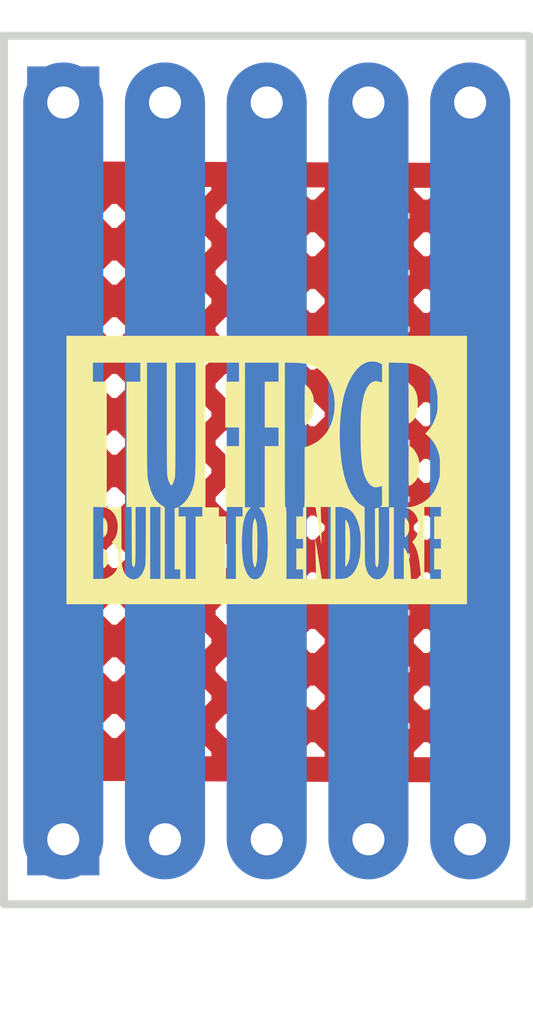
<source format=kicad_pcb>
(kicad_pcb (version 20211014) (generator pcbnew)
  (layers (0 "F.Cu" signal) (31 "B.Cu" signal) (34 "B.Paste" user) (35 "F.Paste" user) (36 "B.SilkS" user "B.Silkscreen") (37 "F.SilkS" user "F.Silkscreen") (38 "B.Mask" user) (39 "F.Mask" user) (44 "Edge.Cuts" user))
  (net 0 "")
  (footprint "Valve:Valve_Mini_Pentode_Linear" (layer "F.Cu") (at 132.61 92.365)
    (fp_text reference "U1" hide)
    (fp_text value "JAN6418")
    (pad "1" thru_hole rect (at 0 0) (size 1.8 1.8) (drill 0.8) (layers *.Cu *.Mask))
    (pad "2" thru_hole circle (at 2.54 0) (size 1.8 1.8) (drill 0.8) (layers *.Cu *.Mask))
    (pad "3" thru_hole circle (at 5.08 0) (size 1.8 1.8) (drill 0.8) (layers *.Cu *.Mask))
    (pad "4" thru_hole circle (at 7.62 0) (size 1.8 1.8) (drill 0.8) (layers *.Cu *.Mask))
    (pad "5" thru_hole circle (at 10.16 0) (size 1.8 1.8) (drill 0.8) (layers *.Cu *.Mask))
  )
  (footprint "Valve:Valve_Mini_Pentode_Linear" (layer "F.Cu") (at 132.61 110.75)
    (fp_text reference "U1" hide)
    (fp_text value "JAN6418")
    (pad "1" thru_hole rect (at 0 0) (size 1.8 1.8) (drill 0.8) (layers *.Cu *.Mask))
    (pad "2" thru_hole circle (at 2.54 0) (size 1.8 1.8) (drill 0.8) (layers *.Cu *.Mask))
    (pad "3" thru_hole circle (at 5.08 0) (size 1.8 1.8) (drill 0.8) (layers *.Cu *.Mask))
    (pad "4" thru_hole circle (at 7.62 0) (size 1.8 1.8) (drill 0.8) (layers *.Cu *.Mask))
    (pad "5" thru_hole circle (at 10.16 0) (size 1.8 1.8) (drill 0.8) (layers *.Cu *.Mask))
  )
  (footprint "Custom Library:Logo 10mm" (layer "F.Cu") (at 137.69 101.530068)
    (fp_text reference "G***" hide)
    (fp_text value "LOGO" hide)
    (fp_poly (pts (xy 2.798998 1.634189) (xy 2.799461 1.768767) (xy 2.799776 1.885074) (xy 2.799915 1.984569) (xy 2.799849 2.068708) (xy 2.799548 2.13895) (xy 2.798983 2.196752) (xy 2.798126 2.243572) (xy 2.796948 2.280866) (xy 2.79542 2.310093) (xy 2.793512 2.332711) (xy 2.791196 2.350176) (xy 2.788443 2.363946) (xy 2.785223 2.375479) (xy 2.784202 2.378603) (xy 2.772863 2.407699) (xy 2.762062 2.427862) (xy 2.756458 2.433491) (xy 2.746003 2.427642) (xy 2.732122 2.409024) (xy 2.726866 2.399621) (xy 2.72317 2.391788) (xy 2.719972 2.382687) (xy 2.717229 2.370891) (xy 2.714899 2.354971) (xy 2.712938 2.333499) (xy 2.711306 2.305048) (xy 2.709958 2.26819) (xy 2.708853 2.221496) (xy 2.707948 2.163539) (xy 2.7072 2.092892) (xy 2.706566 2.008125) (xy 2.706005 1.907812) (xy 2.705473 1.790524) (xy 2.704969 1.665208) (xy 2.702248 0.96797) (xy 2.796466 0.941358)) (layer "F.SilkS") (width 0) (fill solid))
    (fp_poly (pts (xy -4.054998 1.202033) (xy -4.033804 1.2243) (xy -4.012741 1.255601) (xy -3.99524 1.29118) (xy -3.988465 1.310542) (xy -3.978292 1.361301) (xy -3.973469 1.420893) (xy -3.973968 1.482194) (xy -3.979757 1.53808) (xy -3.989594 1.578216) (xy -4.003266 1.606561) (xy -4.022911 1.636577) (xy -4.044539 1.663242) (xy -4.064162 1.681531) (xy -4.075799 1.686757) (xy -4.077967 1.677333) (xy -4.079908 1.650823) (xy -4.081539 1.609868) (xy -4.082774 1.557108) (xy -4.083528 1.495185) (xy -4.083728 1.440155) (xy -4.083397 1.355335) (xy -4.082375 1.289334) (xy -4.080624 1.241253) (xy -4.078105 1.210194) (xy -4.074777 1.195259) (xy -4.07289 1.193553)) (layer "F.SilkS") (width 0) (fill solid))
    (fp_poly (pts (xy 1.986814 1.261853) (xy 2.013679 1.29755) (xy 2.03771 1.35049) (xy 2.057974 1.418283) (xy 2.069554 1.474068) (xy 2.075182 1.518264) (xy 2.079638 1.577609) (xy 2.082924 1.648546) (xy 2.085043 1.727522) (xy 2.086 1.810983) (xy 2.085798 1.895373) (xy 2.084442 1.977139) (xy 2.081934 2.052725) (xy 2.078278 2.118577) (xy 2.073478 2.171142) (xy 2.0688 2.201313) (xy 2.05062 2.27236) (xy 2.028586 2.332028) (xy 2.004005 2.377187) (xy 1.986814 2.39772) (xy 1.962951 2.420138) (xy 1.962951 1.239435)) (layer "F.SilkS") (width 0) (fill solid))
    (fp_poly (pts (xy 3.562716 -0.604957) (xy 3.587351 -0.587547) (xy 3.616956 -0.562997) (xy 3.647296 -0.53496) (xy 3.674142 -0.507092) (xy 3.688784 -0.48938) (xy 3.745174 -0.400605) (xy 3.78481 -0.306639) (xy 3.808566 -0.204693) (xy 3.817314 -0.091979) (xy 3.817398 -0.078913) (xy 3.811158 0.031236) (xy 3.792175 0.127235) (xy 3.760056 0.210321) (xy 3.71441 0.281729) (xy 3.695862 0.303432) (xy 3.665855 0.332752) (xy 3.63177 0.360829) (xy 3.598291 0.384324) (xy 3.570104 0.399902) (xy 3.554069 0.404427) (xy 3.551118 0.401152) (xy 3.548631 0.390396) (xy 3.546573 0.370763) (xy 3.544908 0.340858) (xy 3.543602 0.299286) (xy 3.542619 0.24465) (xy 3.541923 0.175555) (xy 3.54148 0.090606) (xy 3.541253 -0.011594) (xy 3.541204 -0.103573) (xy 3.541318 -0.2016) (xy 3.541646 -0.293402) (xy 3.542167 -0.377141) (xy 3.542857 -0.450974) (xy 3.543695 -0.513063) (xy 3.544659 -0.561566) (xy 3.545727 -0.594644) (xy 3.546877 -0.610457) (xy 3.54728 -0.611573)) (layer "F.SilkS") (width 0) (fill solid))
    (fp_poly (pts (xy -0.275382 1.245657) (xy -0.264884 1.274154) (xy -0.25619 1.303686) (xy -0.249145 1.336345) (xy -0.243595 1.374223) (xy -0.239385 1.419412) (xy -0.236361 1.474007) (xy -0.234369 1.540098) (xy -0.233254 1.619778) (xy -0.232861 1.71514) (xy -0.23301 1.819922) (xy -0.233598 1.91626) (xy -0.234703 2.006558) (xy -0.236263 2.088441) (xy -0.238216 2.159536) (xy -0.240498 2.217471) (xy -0.243048 2.259872) (xy -0.245145 2.280382) (xy -0.253582 2.327329) (xy -0.264299 2.370406) (xy -0.275983 2.405606) (xy -0.287323 2.428919) (xy -0.296201 2.436427) (xy -0.303577 2.427902) (xy -0.313595 2.406131) (xy -0.319532 2.389573) (xy -0.32974 2.355823) (xy -0.338116 2.321374) (xy -0.344825 2.28393) (xy -0.350031 2.241194) (xy -0.353897 2.190873) (xy -0.356587 2.130669) (xy -0.358266 2.058287) (xy -0.359098 1.971431) (xy -0.359246 1.867806) (xy -0.359186 1.834718) (xy -0.358498 1.712792) (xy -0.356969 1.608833) (xy -0.354465 1.521092) (xy -0.350855 1.447821) (xy -0.346005 1.387272) (xy -0.339784 1.337695) (xy -0.332059 1.297343) (xy -0.322696 1.264467) (xy -0.314345 1.243272) (xy -0.294217 1.198485)) (layer "F.SilkS") (width 0) (fill solid))
    (fp_poly (pts (xy 3.581819 -2.131786) (xy 3.616004 -2.107687) (xy 3.651099 -2.071295) (xy 3.684087 -2.025699) (xy 3.710014 -1.978215) (xy 3.733943 -1.922309) (xy 3.751144 -1.869625) (xy 3.762568 -1.815025) (xy 3.769163 -1.753369) (xy 3.771881 -1.679516) (xy 3.772094 -1.642369) (xy 3.768628 -1.539561) (xy 3.757918 -1.45251) (xy 3.739177 -1.378331) (xy 3.711615 -1.31414) (xy 3.674445 -1.25705) (xy 3.662939 -1.242812) (xy 3.641078 -1.220087) (xy 3.613671 -1.195916) (xy 3.58576 -1.174245) (xy 3.562391 -1.159023) (xy 3.549588 -1.154097) (xy 3.547947 -1.16365) (xy 3.546412 -1.191063) (xy 3.545015 -1.234469) (xy 3.543788 -1.292) (xy 3.542762 -1.361789) (xy 3.54197 -1.441968) (xy 3.541442 -1.530669) (xy 3.541212 -1.626025) (xy 3.541204 -1.647301) (xy 3.541382 -1.773562) (xy 3.541921 -1.88049) (xy 3.542829 -1.968474) (xy 3.544115 -2.037908) (xy 3.545786 -2.089181) (xy 3.547852 -2.122686) (xy 3.55032 -2.138813) (xy 3.551558 -2.140505)) (layer "F.SilkS") (width 0) (fill solid))
    (fp_poly (pts (xy -4.061398 1.970645) (xy -4.040489 1.990713) (xy -4.016889 2.018636) (xy -3.994345 2.049894) (xy -3.976606 2.079969) (xy -3.973596 2.086252) (xy -3.957494 2.138963) (xy -3.95033 2.201179) (xy -3.952132 2.265268) (xy -3.962931 2.323603) (xy -3.972592 2.350199) (xy -3.991267 2.383008) (xy -4.015357 2.414326) (xy -4.040619 2.439589) (xy -4.06281 2.454236) (xy -4.07113 2.456155) (xy -4.07518 2.452112) (xy -4.078319 2.438733) (xy -4.080641 2.414139) (xy -4.082243 2.376456) (xy -4.083221 2.323805) (xy -4.083671 2.254311) (xy -4.083728 2.209553) (xy -4.083428 2.142147) (xy -4.082583 2.081765) (xy -4.081277 2.03105) (xy -4.079595 1.992642) (xy -4.077621 1.969182) (xy -4.075866 1.962951)) (layer "F.SilkS") (width 0) (fill solid))
    (fp_poly (pts (xy 3.467804 1.201554) (xy 3.48942 1.222359) (xy 3.511715 1.251174) (xy 3.530571 1.283207) (xy 3.533667 1.289801) (xy 3.549835 1.342053) (xy 3.558509 1.405031) (xy 3.559301 1.47106) (xy 3.551825 1.532464) (xy 3.546897 1.552435) (xy 3.533956 1.585016) (xy 3.514875 1.619397) (xy 3.493 1.650878) (xy 3.471677 1.674756) (xy 3.454255 1.686329) (xy 3.451279 1.686757) (xy 3.448884 1.677328) (xy 3.446744 1.650783) (xy 3.444951 1.60973) (xy 3.443598 1.55678) (xy 3.442776 1.494544) (xy 3.442563 1.440155) (xy 3.442885 1.372749) (xy 3.44379 1.312367) (xy 3.445189 1.261652) (xy 3.446992 1.223244) (xy 3.449107 1.199784) (xy 3.450987 1.193553)) (layer "F.SilkS") (width 0) (fill solid))
    (fp_poly (pts (xy 5.001087 3.353786) (xy -5.001087 3.353786) (xy -5.001087 0.925373) (xy -4.33033 0.925373) (xy -4.33033 2.724552) (xy -4.174971 2.720942) (xy -4.115828 2.719411) (xy -4.072229 2.717553) (xy -4.039992 2.714708) (xy -4.014938 2.710215) (xy -3.992884 2.703413) (xy -3.969649 2.693641) (xy -3.952945 2.685863) (xy -3.871934 2.63716) (xy -3.804386 2.574265) (xy -3.751134 2.498141) (xy -3.713012 2.409751) (xy -3.712394 2.407816) (xy -3.703361 2.367419) (xy -3.696588 2.314009) (xy -3.692415 2.254207) (xy -3.691182 2.194636) (xy -3.693231 2.141916) (xy -3.697116 2.110912) (xy -3.716445 2.032939) (xy -3.743931 1.967791) (xy -3.782602 1.909243) (xy -3.811492 1.875702) (xy -3.872514 1.810058) (xy -3.839785 1.775534) (xy -3.792014 1.711564) (xy -3.755684 1.633812) (xy -3.731642 1.54514) (xy -3.720734 1.448408) (xy -3.721449 1.376061) (xy -3.735497 1.273791) (xy -3.764367 1.182452) (xy -3.807373 1.103109) (xy -3.863829 1.036826) (xy -3.933048 0.984668) (xy -3.992465 0.955639) (xy -4.019768 0.946137) (xy -4.048471 0.939367) (xy -4.083137 0.934721) (xy -4.128328 0.931592) (xy -4.188607 0.929371) (xy -4.189767 0.929338) (xy -4.33033 0.925373) (xy -5.001087 0.925373) (xy -5.001087 -2.199689) (xy -4.340194 -2.199689) (xy -3.994952 -2.199689) (xy -3.994952 0.937087) (xy -3.630835 0.937087) (xy -3.627485 1.644835) (xy -3.626831 1.780185) (xy -3.626207 1.897311) (xy -3.625568 1.997718) (xy -3.624865 2.08291) (xy -3.624051 2.154391) (xy -3.623077 2.213667) (xy -3.621897 2.26224) (xy -3.620464 2.301617) (xy -3.618728 2.3333) (xy -3.616644 2.358795) (xy -3.614163 2.379606) (xy -3.611237 2.397237) (xy -3.60782 2.413193) (xy -3.603863 2.428978) (xy -3.602532 2.434024) (xy -3.574346 2.521959) (xy -3.540504 2.592599) (xy -3.499708 2.64789) (xy -3.450659 2.68978) (xy -3.41993 2.707693) (xy -3.359747 2.728369) (xy -3.298738 2.731352) (xy -3.263318 2.722485) (xy -2.909903 2.722485) (xy -2.653437 2.722485) (xy -2.653437 0.927223) (xy -2.909903 0.927223) (xy -2.909903 2.722485) (xy -3.263318 2.722485) (xy -3.240824 2.716854) (xy -3.203716 2.69605) (xy -3.150554 2.646538) (xy -3.10465 2.581151) (xy -3.067511 2.502886) (xy -3.040641 2.414741) (xy -3.028605 2.34765) (xy -3.026924 2.324814) (xy -3.025335 2.284013) (xy -3.023861 2.227007) (xy -3.022527 2.155561) (xy -3.021354 2.071435) (xy -3.020367 1.976393) (xy -3.019588 1.872196) (xy -3.019041 1.760607) (xy -3.01875 1.643388) (xy -3.018712 1.600446) (xy -3.018408 0.927223) (xy -3.274874 0.927223) (xy -3.275306 1.630039) (xy -3.275422 1.766016) (xy -3.275615 1.883699) (xy -3.275918 1.984518) (xy -3.276362 2.069907) (xy -3.276982 2.141299) (xy -3.27781 2.200125) (xy -3.278879 2.247819) (xy -3.280221 2.285814) (xy -3.281871 2.315541) (xy -3.28386 2.338433) (xy -3.286222 2.355924) (xy -3.288989 2.369445) (xy -3.292194 2.380429) (xy -3.292568 2.381523) (xy -3.303958 2.409702) (xy -3.314789 2.42884) (xy -3.319814 2.433494) (xy -3.330269 2.427643) (xy -3.34415 2.409024) (xy -3.349406 2.399621) (xy -3.353052 2.391898) (xy -3.356214 2.382921) (xy -3.358933 2.371286) (xy -3.361248 2.355586) (xy -3.363202 2.334416) (xy -3.364834 2.306371) (xy -3.366186 2.270045) (xy -3.367298 2.224034) (xy -3.368211 2.16693) (xy -3.368966 2.09733) (xy -3.369603 2.013828) (xy -3.370164 1.915018) (xy -3.370688 1.799495) (xy -3.371218 1.665854) (xy -3.371297 1.644835) (xy -3.374012 0.927223) (xy -3.501748 0.927223) (xy -3.501748 -2.199689) (xy -3.156505 -2.199689) (xy -3.156505 -2.673165) (xy -2.988816 -2.673165) (xy -2.988635 -1.299592) (xy -2.988611 -1.101188) (xy -2.988571 -0.921442) (xy -2.988477 -0.759285) (xy -2.988292 -0.613649) (xy -2.987979 -0.483464) (xy -2.987502 -0.36766) (xy -2.986822 -0.265168) (xy -2.985904 -0.17492) (xy -2.98471 -0.095845) (xy -2.983204 -0.026874) (xy -2.981348 0.033062) (xy -2.979105 0.085032) (xy -2.976438 0.130106) (xy -2.97331 0.169352) (xy -2.969685 0.203841) (xy -2.965526 0.234642) (xy -2.960794 0.262823) (xy -2.955455 0.289455) (xy -2.949469 0.315606) (xy -2.942801 0.342346) (xy -2.935413 0.370744) (xy -2.930169 0.390746) (xy -2.891456 0.517688) (xy -2.846037 0.626969) (xy -2.793178 0.719732) (xy -2.732145 0.797119) (xy -2.662204 0.860271) (xy -2.6038 0.898787) (xy -2.545519 0.932155) (xy -2.545226 1.82732) (xy -2.544932 2.722485) (xy -2.160233 2.722485) (xy -2.160233 2.485747) (xy -2.29833 2.485747) (xy -2.298066 0.961747) (xy -2.248878 0.946197) (xy -2.199689 0.930646) (xy -2.199689 1.163961) (xy -2.022136 1.163961) (xy -2.022136 2.722485) (xy -1.775534 2.722485) (xy -1.775534 1.163961) (xy -1.607845 1.163961) (xy -1.607845 0.937087) (xy -1.528932 0.937087) (xy -1.193554 0.937087) (xy -1.193554 1.163961) (xy -1.016 1.163961) (xy -1.016 2.722485) (xy -0.769398 2.722485) (xy -0.769398 1.914871) (xy -0.619485 1.914871) (xy -0.613243 2.070392) (xy -0.599675 2.210034) (xy -0.578637 2.335074) (xy -0.549988 2.446785) (xy -0.535423 2.490679) (xy -0.502722 2.567484) (xy -0.464363 2.631968) (xy -0.422049 2.681795) (xy -0.377478 2.714625) (xy -0.369903 2.718302) (xy -0.31982 2.731111) (xy -0.264942 2.729527) (xy -0.249417 2.724867) (xy 1.716349 2.724867) (xy 1.837184 2.720837) (xy 1.89011 2.71867) (xy 1.928723 2.715623) (xy 1.958437 2.710684) (xy 1.984667 2.702842) (xy 2.012827 2.691083) (xy 2.024002 2.68592) (xy 2.096114 2.641279) (xy 2.159618 2.578909) (xy 2.214497 2.498843) (xy 2.26073 2.401112) (xy 2.298301 2.285748) (xy 2.323272 2.174589) (xy 2.330819 2.121555) (xy 2.337002 2.053516) (xy 2.341701 1.97516) (xy 2.344798 1.89117) (xy 2.346172 1.806233) (xy 2.345704 1.725032) (xy 2.343275 1.652254) (xy 2.338765 1.592584) (xy 2.338231 1.587823) (xy 2.318755 1.465873) (xy 2.290147 1.352758) (xy 2.253264 1.250245) (xy 2.208965 1.160102) (xy 2.15811 1.084095) (xy 2.101557 1.023992) (xy 2.044773 0.984011) (xy 1.960527 0.949266) (xy 1.865289 0.930632) (xy 1.798122 0.927223) (xy 1.716349 0.927223) (xy 1.716349 2.724867) (xy -0.249417 2.724867) (xy -0.2134 2.714056) (xy -0.201499 2.707792) (xy -0.154453 2.669543) (xy -0.111661 2.612929) (xy -0.073539 2.538933) (xy -0.040499 2.44854) (xy -0.012954 2.342735) (xy 0.008681 2.222501) (xy 0.011877 2.199689) (xy 0.016966 2.147794) (xy 0.020762 2.080103) (xy 0.023289 2.000505) (xy 0.024572 1.912889) (xy 0.024634 1.821144) (xy 0.023497 1.729159) (xy 0.021187 1.640821) (xy 0.017726 1.560021) (xy 0.013138 1.490646) (xy 0.007446 1.436586) (xy 0.007246 1.435152) (xy -0.015042 1.306661) (xy -0.043142 1.195907) (xy -0.07694 1.103207) (xy -0.116322 1.028877) (xy -0.15854 0.975829) (xy -0.197282 0.937087) (xy -0.049321 0.937087) (xy -0.049321 -0.591845) (xy 0.295922 -0.591845) (xy 0.295922 -1.055456) (xy -0.049321 -1.055456) (xy -0.049321 -2.199689) (xy 0.295922 -2.199689) (xy 0.295922 -2.673165) (xy -0.542524 -2.673165) (xy -0.542524 0.937087) (xy -0.392735 0.937087) (xy -0.438049 0.987487) (xy -0.48159 1.044713) (xy -0.51858 1.112867) (xy -0.549323 1.193218) (xy -0.574121 1.287034) (xy -0.593277 1.395583) (xy -0.607096 1.520133) (xy -0.61588 1.661951) (xy -0.61854 1.742198) (xy -0.619485 1.914871) (xy -0.769398 1.914871) (xy -0.769398 1.163961) (xy -0.601709 1.163961) (xy -0.601709 0.927223) (xy -1.035728 0.927223) (xy -1.035728 -0.591845) (xy -0.690486 -0.591845) (xy -0.690486 -1.055456) (xy -1.035728 -1.055456) (xy -1.035728 -2.199689) (xy -0.690486 -2.199689) (xy -0.690486 -2.673165) (xy -1.528932 -2.673165) (xy -1.528932 0.937087) (xy -1.607845 0.937087) (xy -1.607845 0.927223) (xy -2.190963 0.927223) (xy -2.129102 0.880369) (xy -2.052617 0.811057) (xy -1.983213 0.72527) (xy -1.922227 0.625403) (xy -1.870995 0.513854) (xy -1.830853 0.39302) (xy -1.811277 0.310319) (xy -1.806386 0.28481) (xy -1.801959 0.258842) (xy -1.797975 0.23136) (xy -1.794409 0.201309) (xy -1.791239 0.167633) (xy -1.788441 0.129277) (xy -1.785994 0.085186) (xy -1.783874 0.034304) (xy -1.782057 -0.024424) (xy -1.780522 -0.092054) (xy -1.779244 -0.16964) (xy -1.778201 -0.258237) (xy -1.77737 -0.358902) (xy -1.776728 -0.47269) (xy -1.776251 -0.600655) (xy -1.775918 -0.743853) (xy -1.775704 -0.90334) (xy -1.775587 -1.080171) (xy -1.775544 -1.2754) (xy -1.775542 -1.329185) (xy -1.775534 -2.673165) (xy -2.278602 -2.673165) (xy -2.278773 -1.27) (xy -2.278823 -1.070956) (xy -2.278926 -0.890697) (xy -2.279093 -0.72828) (xy -2.279331 -0.582761) (xy -2.279652 -0.453198) (xy -2.280063 -0.338647) (xy -2.280573 -0.238165) (xy -2.281193 -0.15081) (xy -2.28193 -0.075637) (xy -2.282795 -0.011704) (xy -2.283797 0.041932) (xy -2.284943 0.086215) (xy -2.286245 0.122088) (xy -2.28771 0.150493) (xy -2.289349 0.172374) (xy -2.29117 0.188675) (xy -2.293045 0.199705) (xy -2.302792 0.236572) (xy -2.3166 0.27736) (xy -2.332605 0.31777) (xy -2.348942 0.353504) (xy -2.363744 0.380262) (xy -2.375147 0.393748) (xy -2.377607 0.394563) (xy -2.390232 0.386053) (xy -2.40721 0.363422) (xy -2.425962 0.331021) (xy -2.44391 0.293201) (xy -2.455663 0.262828) (xy -2.466895 0.223377) (xy -2.477536 0.174575) (xy -2.485349 0.126728) (xy -2.485569 0.125002) (xy -2.487105 0.102509) (xy -2.488525 0.06076) (xy -2.489826 0.000226) (xy -2.491004 -0.078621) (xy -2.492056 -0.175309) (xy -2.492978 -0.289367) (xy -2.493768 -0.420323) (xy -2.494422 -0.567705) (xy -2.494936 -0.731042) (xy -2.495308 -0.909863) (xy -2.495535 -1.103695) (xy -2.495612 -1.312067) (xy -2.495612 -2.673165) (xy -2.988816 -2.673165) (xy -3.156505 -2.673165) (xy -4.340194 -2.673165) (xy -4.340194 -2.199689) (xy -5.001087 -2.199689) (xy -5.001087 -2.67574) (xy 0.453747 -2.67574) (xy 0.453747 -0.869327) (xy 0.453749 -0.647844) (xy 0.453761 -0.445247) (xy 0.453792 -0.260696) (xy 0.453852 -0.093347) (xy 0.453949 0.057639) (xy 0.454093 0.193107) (xy 0.454292 0.313895) (xy 0.454557 0.420848) (xy 0.454896 0.514805) (xy 0.455319 0.596609) (xy 0.455834 0.667102) (xy 0.456452 0.727125) (xy 0.45718 0.777519) (xy 0.458029 0.819127) (xy 0.459007 0.85279) (xy 0.460124 0.87935) (xy 0.461388 0.899648) (xy 0.46281 0.914526) (xy 0.464398 0.924826) (xy 0.466161 0.93139) (xy 0.468109 0.935058) (xy 0.470251 0.936673) (xy 0.472596 0.937076) (xy 0.473476 0.937087) (xy 0.476854 0.93736) (xy 0.479823 0.938978) (xy 0.482409 0.943138) (xy 0.484638 0.951037) (xy 0.486537 0.963873) (xy 0.488132 0.982841) (xy 0.48945 1.009141) (xy 0.490518 1.043968) (xy 0.491361 1.08852) (xy 0.492006 1.143995) (xy 0.49248 1.211589) (xy 0.492809 1.2925) (xy 0.493019 1.387924) (xy 0.493137 1.49906) (xy 0.49319 1.627104) (xy 0.493203 1.773253) (xy 0.493204 1.829786) (xy 0.493204 2.722485) (xy 0.907495 2.722485) (xy 0.907495 2.485747) (xy 0.739806 2.485747) (xy 0.739806 1.962951) (xy 0.907495 1.962951) (xy 0.907495 1.726213) (xy 0.739806 1.726213) (xy 0.739806 1.163961) (xy 0.907495 1.163961) (xy 0.907495 1.050524) (xy 0.907704 1.001785) (xy 0.908719 0.969435) (xy 0.911119 0.950136) (xy 0.915486 0.940552) (xy 0.9224 0.937344) (xy 0.927223 0.937087) (xy 0.930892 0.936781) (xy 0.934075 0.934991) (xy 0.936807 0.93041) (xy 0.937824 0.926597) (xy 0.986408 0.926597) (xy 0.986408 2.722485) (xy 1.236075 2.722485) (xy 1.229727 2.52767) (xy 1.227006 2.440004) (xy 1.22444 2.349318) (xy 1.222064 2.257705) (xy 1.219918 2.167254) (xy 1.218039 2.080056) (xy 1.216466 1.998203) (xy 1.215235 1.923784) (xy 1.214385 1.858891) (xy 1.213954 1.805615) (xy 1.21398 1.766045) (xy 1.2145 1.742274) (xy 1.215392 1.736078) (xy 1.217829 1.7465) (xy 1.223011 1.77455) (xy 1.230627 1.818363) (xy 1.240367 1.876076) (xy 1.25192 1.945827) (xy 1.264975 2.025752) (xy 1.279222 2.113987) (xy 1.29435 2.208669) (xy 1.298014 2.231747) (xy 1.375837 2.722485) (xy 1.59798 2.722485) (xy 1.59798 0.927223) (xy 1.348281 0.927223) (xy 1.354638 1.117107) (xy 1.357086 1.195644) (xy 1.359337 1.278333) (xy 1.361362 1.363019) (xy 1.363133 1.44755) (xy 1.364622 1.529772) (xy 1.365799 1.607531) (xy 1.366635 1.678673) (xy 1.367102 1.741045) (xy 1.36717 1.792494) (xy 1.366812 1.830865) (xy 1.365998 1.854005) (xy 1.3647 1.859761) (xy 1.364566 1.859378) (xy 1.361884 1.84584) (xy 1.356529 1.814829) (xy 1.348826 1.768371) (xy 1.339102 1.708491) (xy 1.327685 1.637216) (xy 1.3149 1.55657) (xy 1.301075 1.468581) (xy 1.288187 1.385903) (xy 1.217715 0.932155) (xy 1.102061 0.929376) (xy 0.986408 0.926597) (xy 0.937824 0.926597) (xy 0.939122 0.921731) (xy 0.941055 0.907645) (xy 0.942641 0.886847) (xy 0.943913 0.858027) (xy 0.944907 0.81988) (xy 0.945656 0.771098) (xy 0.946196 0.710372) (xy 0.94656 0.636397) (xy 0.946783 0.547865) (xy 0.9469 0.443467) (xy 0.946944 0.321897) (xy 0.946951 0.188553) (xy 0.946951 -0.559982) (xy 0.998738 -0.576765) (xy 1.061544 -0.600262) (xy 1.130324 -0.631145) (xy 1.19774 -0.665783) (xy 1.25645 -0.700548) (xy 1.276465 -0.714113) (xy 1.330929 -0.757991) (xy 1.388645 -0.813) (xy 1.399911 -0.825213) (xy 1.824459 -0.825213) (xy 1.830184 -0.626803) (xy 1.843233 -0.431615) (xy 1.86351 -0.24258) (xy 1.890918 -0.062632) (xy 1.925362 0.105297) (xy 1.966743 0.258274) (xy 1.976474 0.288734) (xy 2.028177 0.428245) (xy 2.086531 0.553443) (xy 2.150866 0.663325) (xy 2.220509 0.756887) (xy 2.29479 0.833129) (xy 2.373036 0.891046) (xy 2.384261 0.897631) (xy 2.445035 0.932155) (xy 2.448583 1.642369) (xy 2.449274 1.777973) (xy 2.449929 1.89535) (xy 2.450596 1.996001) (xy 2.451321 2.081429) (xy 2.452153 2.153133) (xy 2.45314 2.212615) (xy 2.454329 2.261378) (xy 2.455767 2.30092) (xy 2.457504 2.332745) (xy 2.459585 2.358353) (xy 2.46206 2.379246) (xy 2.464975 2.396924) (xy 2.468379 2.41289) (xy 2.472318 2.428643) (xy 2.473737 2.434024) (xy 2.501925 2.521956) (xy 2.535765 2.592594) (xy 2.576558 2.647884) (xy 2.625601 2.689772) (xy 2.656342 2.707693) (xy 2.716525 2.728369) (xy 2.777534 2.731352) (xy 2.835448 2.716854) (xy 2.872556 2.69605) (xy 2.925718 2.646538) (xy 2.971621 2.581151) (xy 3.008761 2.502886) (xy 3.035631 2.414741) (xy 3.047667 2.34765) (xy 3.049351 2.324794) (xy 3.050943 2.283987) (xy 3.05242 2.227004) (xy 3.053757 2.155622) (xy 3.054931 2.071619) (xy 3.055919 1.976769) (xy 3.056696 1.87285) (xy 3.05724 1.761637) (xy 3.057526 1.644908) (xy 3.057559 1.605378) (xy 3.057864 0.937087) (xy 3.176233 0.937087) (xy 3.176233 2.722485) (xy 3.422835 2.722485) (xy 3.422835 1.940166) (xy 3.442806 1.958239) (xy 3.463405 1.98419) (xy 3.485987 2.024695) (xy 3.508397 2.07502) (xy 3.528481 2.13043) (xy 3.541282 2.174674) (xy 3.557977 2.252612) (xy 3.572743 2.345698) (xy 3.584989 2.449399) (xy 3.594123 2.559181) (xy 3.596395 2.596718) (xy 3.603271 2.722485) (xy 3.857027 2.722485) (xy 3.935767 2.722485) (xy 4.350058 2.722485) (xy 4.350058 2.485747) (xy 4.182369 2.485747) (xy 4.182369 1.962951) (xy 4.350058 1.962951) (xy 4.350058 1.726213) (xy 4.182369 1.726213) (xy 4.182369 1.163961) (xy 4.350058 1.163961) (xy 4.350058 0.927223) (xy 3.935767 0.927223) (xy 3.935767 2.722485) (xy 3.857027 2.722485) (xy 3.851871 2.670699) (xy 3.840598 2.558841) (xy 3.830699 2.464289) (xy 3.821832 2.384696) (xy 3.813652 2.317717) (xy 3.805817 2.261004) (xy 3.797982 2.21221) (xy 3.789805 2.168988) (xy 3.780943 2.128993) (xy 3.77105 2.089876) (xy 3.762144 2.057566) (xy 3.729871 1.961723) (xy 3.692192 1.883485) (xy 3.658644 1.833753) (xy 3.6307 1.798264) (xy 3.660337 1.769869) (xy 3.70314 1.719237) (xy 3.741036 1.656115) (xy 3.769708 1.587734) (xy 3.770395 1.585632) (xy 3.782295 1.533245) (xy 3.78936 1.468892) (xy 3.791395 1.39978) (xy 3.78821 1.333116) (xy 3.779612 1.276108) (xy 3.778754 1.272466) (xy 3.747645 1.181097) (xy 3.70216 1.102004) (xy 3.643271 1.036324) (xy 3.57195 0.985193) (xy 3.508368 0.956162) (xy 3.457359 0.937799) (xy 3.49747 0.937443) (xy 3.590219 0.928722) (xy 3.688985 0.905232) (xy 3.788872 0.86864) (xy 3.884985 0.820615) (xy 3.93835 0.787314) (xy 4.030338 0.716936) (xy 4.108005 0.63938) (xy 4.172963 0.552232) (xy 4.226821 0.45308) (xy 4.271191 0.33951) (xy 4.297807 0.248839) (xy 4.306804 0.213425) (xy 4.313591 0.183004) (xy 4.318468 0.153915) (xy 4.321739 0.1225) (xy 4.323704 0.085099) (xy 4.324666 0.038052) (xy 4.324926 -0.022299) (xy 4.324841 -0.078913) (xy 4.324527 -0.152104) (xy 4.323796 -0.20916) (xy 4.322347 -0.253672) (xy 4.319877 -0.289232) (xy 4.316084 -0.319433) (xy 4.310667 -0.347867) (xy 4.303322 -0.378126) (xy 4.297978 -0.398231) (xy 4.257032 -0.518966) (xy 4.202523 -0.630346) (xy 4.135967 -0.729928) (xy 4.05888 -0.815267) (xy 4.01643 -0.852176) (xy 3.95585 -0.900429) (xy 4.015975 -0.964702) (xy 4.096482 -1.064015) (xy 4.16223 -1.174488) (xy 4.214048 -1.297664) (xy 4.239198 -1.379798) (xy 4.247979 -1.414043) (xy 4.254505 -1.444634) (xy 4.259124 -1.475493) (xy 4.26218 -1.510544) (xy 4.26402 -1.55371) (xy 4.264992 -1.608913) (xy 4.265428 -1.676893) (xy 4.264915 -1.767781) (xy 4.262176 -1.843414) (xy 4.256579 -1.908199) (xy 4.247489 -1.966546) (xy 4.234274 -2.022864) (xy 4.216299 -2.08156) (xy 4.201012 -2.125142) (xy 4.152149 -2.233306) (xy 4.087942 -2.334098) (xy 4.010759 -2.424986) (xy 3.922965 -2.50344) (xy 3.826928 -2.566928) (xy 3.756005 -2.601133) (xy 3.709234 -2.619776) (xy 3.66777 -2.634511) (xy 3.628244 -2.645853) (xy 3.587283 -2.654317) (xy 3.541516 -2.660418) (xy 3.487574 -2.664669) (xy 3.422083 -2.667587) (xy 3.341674 -2.669686) (xy 3.302 -2.670458) (xy 3.048 -2.675108) (xy 3.048 0.927223) (xy 2.82833 0.927223) (xy 2.85432 0.906779) (xy 2.880311 0.886335) (xy 2.880311 0.645381) (xy 2.880106 0.578786) (xy 2.87953 0.519247) (xy 2.87864 0.469435) (xy 2.877496 0.432024) (xy 2.876156 0.409684) (xy 2.875067 0.404427) (xy 2.863699 0.407348) (xy 2.839166 0.414975) (xy 2.809444 0.424768) (xy 2.743004 0.438144) (xy 2.680538 0.432242) (xy 2.622156 0.407128) (xy 2.56797 0.362871) (xy 2.518092 0.299536) (xy 2.474885 0.221942) (xy 2.447941 0.158676) (xy 2.424484 0.088146) (xy 2.404357 0.008992) (xy 2.387402 -0.080146) (xy 2.373464 -0.180627) (xy 2.362386 -0.293811) (xy 2.35401 -0.421056) (xy 2.348181 -0.563724) (xy 2.34474 -0.723172) (xy 2.343533 -0.900761) (xy 2.343528 -0.917359) (xy 2.343737 -1.030603) (xy 2.344363 -1.126652) (xy 2.345484 -1.208037) (xy 2.347179 -1.277288) (xy 2.349525 -1.336936) (xy 2.352599 -1.38951) (xy 2.35648 -1.437542) (xy 2.360798 -1.479612) (xy 2.381423 -1.633532) (xy 2.406667 -1.7686) (xy 2.436701 -1.885183) (xy 2.471697 -1.983651) (xy 2.511826 -2.064371) (xy 2.557261 -2.127711) (xy 2.608173 -2.17404) (xy 2.664733 -2.203726) (xy 2.703216 -2.214025) (xy 2.726692 -2.215663) (xy 2.756233 -2.212277) (xy 2.795733 -2.203125) (xy 2.849089 -2.187472) (xy 2.858116 -2.184647) (xy 2.880311 -2.17766) (xy 2.880311 -2.634745) (xy 2.813899 -2.665823) (xy 2.734759 -2.69253) (xy 2.649061 -2.70305) (xy 2.561964 -2.697068) (xy 2.508188 -2.68453) (xy 2.425236 -2.649393) (xy 2.344853 -2.595778) (xy 2.267798 -2.524853) (xy 2.19483 -2.437786) (xy 2.126708 -2.335744) (xy 2.06419 -2.219893) (xy 2.008037 -2.091403) (xy 1.959006 -1.951439) (xy 1.917857 -1.80117) (xy 1.909068 -1.762933) (xy 1.876727 -1.592408) (xy 1.852192 -1.410441) (xy 1.835367 -1.219965) (xy 1.826155 -1.023911) (xy 1.824459 -0.825213) (xy 1.399911 -0.825213) (xy 1.444805 -0.873883) (xy 1.494599 -0.935383) (xy 1.533219 -0.992241) (xy 1.537318 -0.99928) (xy 1.60332 -1.132885) (xy 1.651355 -1.270718) (xy 1.681966 -1.414908) (xy 1.6957 -1.567584) (xy 1.696621 -1.621351) (xy 1.69094 -1.757462) (xy 1.673161 -1.882232) (xy 1.642177 -2.000703) (xy 1.596884 -2.117915) (xy 1.579515 -2.155301) (xy 1.512413 -2.275571) (xy 1.43491 -2.379971) (xy 1.347491 -2.468021) (xy 1.250642 -2.539236) (xy 1.14485 -2.593134) (xy 1.134369 -2.59733) (xy 1.075164 -2.618719) (xy 1.017097 -2.635525) (xy 0.956383 -2.64834) (xy 0.889236 -2.657756) (xy 0.811872 -2.664367) (xy 0.720504 -2.668766) (xy 0.668291 -2.670323) (xy 0.453747 -2.67574) (xy -5.001087 -2.67574) (xy -5.001087 -3.343922) (xy 5.001087 -3.343922)) (layer "F.SilkS") (width 0) (fill solid))
    (fp_poly (pts (xy 0.969121 -2.124058) (xy 0.990363 -2.106469) (xy 1.017654 -2.081117) (xy 1.029952 -2.06899) (xy 1.081439 -2.00913) (xy 1.12102 -1.943186) (xy 1.15177 -1.865639) (xy 1.161597 -1.832644) (xy 1.170318 -1.78696) (xy 1.17612 -1.727199) (xy 1.179019 -1.65879) (xy 1.179031 -1.587165) (xy 1.17617 -1.517754) (xy 1.170452 -1.455989) (xy 1.161893 -1.4073) (xy 1.160372 -1.401488) (xy 1.125201 -1.30549) (xy 1.076544 -1.220591) (xy 1.032551 -1.166457) (xy 1.01378 -1.146047) (xy 0.997952 -1.128664) (xy 0.984817 -1.115605) (xy 0.974127 -1.108167) (xy 0.965634 -1.107647) (xy 0.959088 -1.115341) (xy 0.95424 -1.132547) (xy 0.950841 -1.16056) (xy 0.948643 -1.200679) (xy 0.947397 -1.254199) (xy 0.946853 -1.322418) (xy 0.946763 -1.406632) (xy 0.946878 -1.508139) (xy 0.946951 -1.61243) (xy 0.947095 -1.738291) (xy 0.947537 -1.845182) (xy 0.948292 -1.933859) (xy 0.949376 -2.005078) (xy 0.950806 -2.059596) (xy 0.952596 -2.098167) (xy 0.954763 -2.121549) (xy 0.957323 -2.130497) (xy 0.957729 -2.130641)) (layer "F.SilkS") (width 0) (fill solid))
  )
  (gr_rect (start 131.13 90.7) (end 144.25 112.37) (layer "Edge.Cuts") (width 0.2) (fill none))
  (segment (start 132.61 92.365) (end 132.61 110.75) (width 2) (layer "B.Cu") (net 0))
  (segment (start 137.69 92.365) (end 137.69 110.75) (width 2) (layer "B.Cu") (net 0))
  (segment (start 142.77 92.365) (end 142.77 110.75) (width 2) (layer "B.Cu") (net 0))
  (segment (start 140.23 110.75) (end 140.23 92.365) (width 2) (layer "B.Cu") (net 0))
  (segment (start 135.15 110.75) (end 135.15 92.365) (width 2) (layer "B.Cu") (net 0))
  (zone (net 0) (net_name "") (layer "F.Cu") (connect_pads (clearance 0.508)) (min_thickness 0.254) (fill yes (mode hatch) (thermal_gap 0.508) (thermal_bridge_width 0.508) (hatch_thickness 0.5) (hatch_gap 0.5) (hatch_orientation 45) (hatch_smoothing_level 3) (hatch_smoothing_value 0.1) (hatch_border_algorithm hatch_thickness) (hatch_min_hole_area 0.3))
    (polygon (pts (xy 144.299191 93.87848) (xy 144.215358 109.337286) (xy 131.23508 109.285863) (xy 131.098913 93.827057)))
  )
)
</source>
